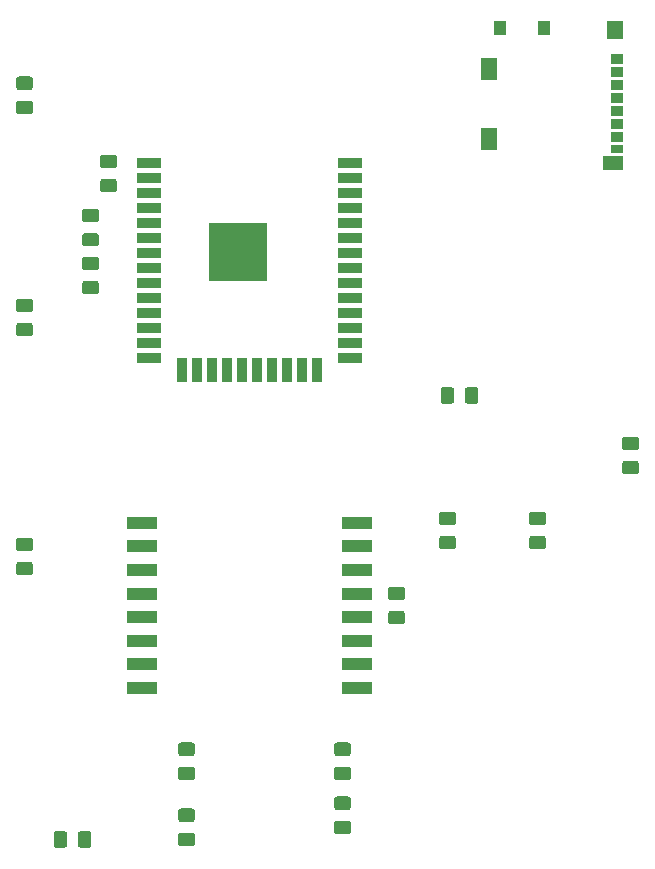
<source format=gbr>
G04 #@! TF.GenerationSoftware,KiCad,Pcbnew,(5.1.5)-3*
G04 #@! TF.CreationDate,2020-05-03T14:35:54+01:00*
G04 #@! TF.ProjectId,RocketTracker,526f636b-6574-4547-9261-636b65722e6b,rev?*
G04 #@! TF.SameCoordinates,Original*
G04 #@! TF.FileFunction,Paste,Top*
G04 #@! TF.FilePolarity,Positive*
%FSLAX46Y46*%
G04 Gerber Fmt 4.6, Leading zero omitted, Abs format (unit mm)*
G04 Created by KiCad (PCBNEW (5.1.5)-3) date 2020-05-03 14:35:54*
%MOMM*%
%LPD*%
G04 APERTURE LIST*
%ADD10R,5.000000X5.000000*%
%ADD11R,2.000000X0.900000*%
%ADD12R,0.900000X2.000000*%
%ADD13R,1.350000X1.900000*%
%ADD14R,1.000000X1.200000*%
%ADD15R,1.350000X1.550000*%
%ADD16R,1.800000X1.170000*%
%ADD17R,1.100000X0.850000*%
%ADD18R,1.100000X0.750000*%
%ADD19C,0.100000*%
%ADD20R,2.500000X1.000000*%
G04 APERTURE END LIST*
D10*
G04 #@! TO.C,U1*
X117110000Y-74175000D03*
D11*
X109610000Y-66675000D03*
X109610000Y-67945000D03*
X109610000Y-69215000D03*
X109610000Y-70485000D03*
X109610000Y-71755000D03*
X109610000Y-73025000D03*
X109610000Y-74295000D03*
X109610000Y-75565000D03*
X109610000Y-76835000D03*
X109610000Y-78105000D03*
X109610000Y-79375000D03*
X109610000Y-80645000D03*
X109610000Y-81915000D03*
X109610000Y-83185000D03*
D12*
X112395000Y-84185000D03*
X113665000Y-84185000D03*
X114935000Y-84185000D03*
X116205000Y-84185000D03*
X117475000Y-84185000D03*
X118745000Y-84185000D03*
X120015000Y-84185000D03*
X121285000Y-84185000D03*
X122555000Y-84185000D03*
X123825000Y-84185000D03*
D11*
X126610000Y-83185000D03*
X126610000Y-81915000D03*
X126610000Y-80645000D03*
X126610000Y-79375000D03*
X126610000Y-78105000D03*
X126610000Y-76835000D03*
X126610000Y-75565000D03*
X126610000Y-74295000D03*
X126610000Y-73025000D03*
X126610000Y-71755000D03*
X126610000Y-70485000D03*
X126610000Y-69215000D03*
X126610000Y-67945000D03*
X126610000Y-66675000D03*
G04 #@! TD*
D13*
G04 #@! TO.C,J6*
X138389000Y-64690000D03*
X138389000Y-58720000D03*
D14*
X143064000Y-55220000D03*
X139364000Y-55220000D03*
D15*
X149089000Y-55395000D03*
D16*
X148864000Y-66715000D03*
D17*
X149214000Y-64455000D03*
X149214000Y-63355000D03*
X149214000Y-62255000D03*
X149214000Y-61155000D03*
X149214000Y-60055000D03*
X149214000Y-58955000D03*
D18*
X149214000Y-65505000D03*
D17*
X149214000Y-57855000D03*
G04 #@! TD*
D19*
G04 #@! TO.C,C7*
G36*
X104498505Y-123253204D02*
G01*
X104522773Y-123256804D01*
X104546572Y-123262765D01*
X104569671Y-123271030D01*
X104591850Y-123281520D01*
X104612893Y-123294132D01*
X104632599Y-123308747D01*
X104650777Y-123325223D01*
X104667253Y-123343401D01*
X104681868Y-123363107D01*
X104694480Y-123384150D01*
X104704970Y-123406329D01*
X104713235Y-123429428D01*
X104719196Y-123453227D01*
X104722796Y-123477495D01*
X104724000Y-123501999D01*
X104724000Y-124402001D01*
X104722796Y-124426505D01*
X104719196Y-124450773D01*
X104713235Y-124474572D01*
X104704970Y-124497671D01*
X104694480Y-124519850D01*
X104681868Y-124540893D01*
X104667253Y-124560599D01*
X104650777Y-124578777D01*
X104632599Y-124595253D01*
X104612893Y-124609868D01*
X104591850Y-124622480D01*
X104569671Y-124632970D01*
X104546572Y-124641235D01*
X104522773Y-124647196D01*
X104498505Y-124650796D01*
X104474001Y-124652000D01*
X103823999Y-124652000D01*
X103799495Y-124650796D01*
X103775227Y-124647196D01*
X103751428Y-124641235D01*
X103728329Y-124632970D01*
X103706150Y-124622480D01*
X103685107Y-124609868D01*
X103665401Y-124595253D01*
X103647223Y-124578777D01*
X103630747Y-124560599D01*
X103616132Y-124540893D01*
X103603520Y-124519850D01*
X103593030Y-124497671D01*
X103584765Y-124474572D01*
X103578804Y-124450773D01*
X103575204Y-124426505D01*
X103574000Y-124402001D01*
X103574000Y-123501999D01*
X103575204Y-123477495D01*
X103578804Y-123453227D01*
X103584765Y-123429428D01*
X103593030Y-123406329D01*
X103603520Y-123384150D01*
X103616132Y-123363107D01*
X103630747Y-123343401D01*
X103647223Y-123325223D01*
X103665401Y-123308747D01*
X103685107Y-123294132D01*
X103706150Y-123281520D01*
X103728329Y-123271030D01*
X103751428Y-123262765D01*
X103775227Y-123256804D01*
X103799495Y-123253204D01*
X103823999Y-123252000D01*
X104474001Y-123252000D01*
X104498505Y-123253204D01*
G37*
G36*
X102448505Y-123253204D02*
G01*
X102472773Y-123256804D01*
X102496572Y-123262765D01*
X102519671Y-123271030D01*
X102541850Y-123281520D01*
X102562893Y-123294132D01*
X102582599Y-123308747D01*
X102600777Y-123325223D01*
X102617253Y-123343401D01*
X102631868Y-123363107D01*
X102644480Y-123384150D01*
X102654970Y-123406329D01*
X102663235Y-123429428D01*
X102669196Y-123453227D01*
X102672796Y-123477495D01*
X102674000Y-123501999D01*
X102674000Y-124402001D01*
X102672796Y-124426505D01*
X102669196Y-124450773D01*
X102663235Y-124474572D01*
X102654970Y-124497671D01*
X102644480Y-124519850D01*
X102631868Y-124540893D01*
X102617253Y-124560599D01*
X102600777Y-124578777D01*
X102582599Y-124595253D01*
X102562893Y-124609868D01*
X102541850Y-124622480D01*
X102519671Y-124632970D01*
X102496572Y-124641235D01*
X102472773Y-124647196D01*
X102448505Y-124650796D01*
X102424001Y-124652000D01*
X101773999Y-124652000D01*
X101749495Y-124650796D01*
X101725227Y-124647196D01*
X101701428Y-124641235D01*
X101678329Y-124632970D01*
X101656150Y-124622480D01*
X101635107Y-124609868D01*
X101615401Y-124595253D01*
X101597223Y-124578777D01*
X101580747Y-124560599D01*
X101566132Y-124540893D01*
X101553520Y-124519850D01*
X101543030Y-124497671D01*
X101534765Y-124474572D01*
X101528804Y-124450773D01*
X101525204Y-124426505D01*
X101524000Y-124402001D01*
X101524000Y-123501999D01*
X101525204Y-123477495D01*
X101528804Y-123453227D01*
X101534765Y-123429428D01*
X101543030Y-123406329D01*
X101553520Y-123384150D01*
X101566132Y-123363107D01*
X101580747Y-123343401D01*
X101597223Y-123325223D01*
X101615401Y-123308747D01*
X101635107Y-123294132D01*
X101656150Y-123281520D01*
X101678329Y-123271030D01*
X101701428Y-123262765D01*
X101725227Y-123256804D01*
X101749495Y-123253204D01*
X101773999Y-123252000D01*
X102424001Y-123252000D01*
X102448505Y-123253204D01*
G37*
G04 #@! TD*
G04 #@! TO.C,R9*
G36*
X105122505Y-72596204D02*
G01*
X105146773Y-72599804D01*
X105170572Y-72605765D01*
X105193671Y-72614030D01*
X105215850Y-72624520D01*
X105236893Y-72637132D01*
X105256599Y-72651747D01*
X105274777Y-72668223D01*
X105291253Y-72686401D01*
X105305868Y-72706107D01*
X105318480Y-72727150D01*
X105328970Y-72749329D01*
X105337235Y-72772428D01*
X105343196Y-72796227D01*
X105346796Y-72820495D01*
X105348000Y-72844999D01*
X105348000Y-73495001D01*
X105346796Y-73519505D01*
X105343196Y-73543773D01*
X105337235Y-73567572D01*
X105328970Y-73590671D01*
X105318480Y-73612850D01*
X105305868Y-73633893D01*
X105291253Y-73653599D01*
X105274777Y-73671777D01*
X105256599Y-73688253D01*
X105236893Y-73702868D01*
X105215850Y-73715480D01*
X105193671Y-73725970D01*
X105170572Y-73734235D01*
X105146773Y-73740196D01*
X105122505Y-73743796D01*
X105098001Y-73745000D01*
X104197999Y-73745000D01*
X104173495Y-73743796D01*
X104149227Y-73740196D01*
X104125428Y-73734235D01*
X104102329Y-73725970D01*
X104080150Y-73715480D01*
X104059107Y-73702868D01*
X104039401Y-73688253D01*
X104021223Y-73671777D01*
X104004747Y-73653599D01*
X103990132Y-73633893D01*
X103977520Y-73612850D01*
X103967030Y-73590671D01*
X103958765Y-73567572D01*
X103952804Y-73543773D01*
X103949204Y-73519505D01*
X103948000Y-73495001D01*
X103948000Y-72844999D01*
X103949204Y-72820495D01*
X103952804Y-72796227D01*
X103958765Y-72772428D01*
X103967030Y-72749329D01*
X103977520Y-72727150D01*
X103990132Y-72706107D01*
X104004747Y-72686401D01*
X104021223Y-72668223D01*
X104039401Y-72651747D01*
X104059107Y-72637132D01*
X104080150Y-72624520D01*
X104102329Y-72614030D01*
X104125428Y-72605765D01*
X104149227Y-72599804D01*
X104173495Y-72596204D01*
X104197999Y-72595000D01*
X105098001Y-72595000D01*
X105122505Y-72596204D01*
G37*
G36*
X105122505Y-70546204D02*
G01*
X105146773Y-70549804D01*
X105170572Y-70555765D01*
X105193671Y-70564030D01*
X105215850Y-70574520D01*
X105236893Y-70587132D01*
X105256599Y-70601747D01*
X105274777Y-70618223D01*
X105291253Y-70636401D01*
X105305868Y-70656107D01*
X105318480Y-70677150D01*
X105328970Y-70699329D01*
X105337235Y-70722428D01*
X105343196Y-70746227D01*
X105346796Y-70770495D01*
X105348000Y-70794999D01*
X105348000Y-71445001D01*
X105346796Y-71469505D01*
X105343196Y-71493773D01*
X105337235Y-71517572D01*
X105328970Y-71540671D01*
X105318480Y-71562850D01*
X105305868Y-71583893D01*
X105291253Y-71603599D01*
X105274777Y-71621777D01*
X105256599Y-71638253D01*
X105236893Y-71652868D01*
X105215850Y-71665480D01*
X105193671Y-71675970D01*
X105170572Y-71684235D01*
X105146773Y-71690196D01*
X105122505Y-71693796D01*
X105098001Y-71695000D01*
X104197999Y-71695000D01*
X104173495Y-71693796D01*
X104149227Y-71690196D01*
X104125428Y-71684235D01*
X104102329Y-71675970D01*
X104080150Y-71665480D01*
X104059107Y-71652868D01*
X104039401Y-71638253D01*
X104021223Y-71621777D01*
X104004747Y-71603599D01*
X103990132Y-71583893D01*
X103977520Y-71562850D01*
X103967030Y-71540671D01*
X103958765Y-71517572D01*
X103952804Y-71493773D01*
X103949204Y-71469505D01*
X103948000Y-71445001D01*
X103948000Y-70794999D01*
X103949204Y-70770495D01*
X103952804Y-70746227D01*
X103958765Y-70722428D01*
X103967030Y-70699329D01*
X103977520Y-70677150D01*
X103990132Y-70656107D01*
X104004747Y-70636401D01*
X104021223Y-70618223D01*
X104039401Y-70601747D01*
X104059107Y-70587132D01*
X104080150Y-70574520D01*
X104102329Y-70564030D01*
X104125428Y-70555765D01*
X104149227Y-70549804D01*
X104173495Y-70546204D01*
X104197999Y-70545000D01*
X105098001Y-70545000D01*
X105122505Y-70546204D01*
G37*
G04 #@! TD*
G04 #@! TO.C,R8*
G36*
X105122505Y-76651204D02*
G01*
X105146773Y-76654804D01*
X105170572Y-76660765D01*
X105193671Y-76669030D01*
X105215850Y-76679520D01*
X105236893Y-76692132D01*
X105256599Y-76706747D01*
X105274777Y-76723223D01*
X105291253Y-76741401D01*
X105305868Y-76761107D01*
X105318480Y-76782150D01*
X105328970Y-76804329D01*
X105337235Y-76827428D01*
X105343196Y-76851227D01*
X105346796Y-76875495D01*
X105348000Y-76899999D01*
X105348000Y-77550001D01*
X105346796Y-77574505D01*
X105343196Y-77598773D01*
X105337235Y-77622572D01*
X105328970Y-77645671D01*
X105318480Y-77667850D01*
X105305868Y-77688893D01*
X105291253Y-77708599D01*
X105274777Y-77726777D01*
X105256599Y-77743253D01*
X105236893Y-77757868D01*
X105215850Y-77770480D01*
X105193671Y-77780970D01*
X105170572Y-77789235D01*
X105146773Y-77795196D01*
X105122505Y-77798796D01*
X105098001Y-77800000D01*
X104197999Y-77800000D01*
X104173495Y-77798796D01*
X104149227Y-77795196D01*
X104125428Y-77789235D01*
X104102329Y-77780970D01*
X104080150Y-77770480D01*
X104059107Y-77757868D01*
X104039401Y-77743253D01*
X104021223Y-77726777D01*
X104004747Y-77708599D01*
X103990132Y-77688893D01*
X103977520Y-77667850D01*
X103967030Y-77645671D01*
X103958765Y-77622572D01*
X103952804Y-77598773D01*
X103949204Y-77574505D01*
X103948000Y-77550001D01*
X103948000Y-76899999D01*
X103949204Y-76875495D01*
X103952804Y-76851227D01*
X103958765Y-76827428D01*
X103967030Y-76804329D01*
X103977520Y-76782150D01*
X103990132Y-76761107D01*
X104004747Y-76741401D01*
X104021223Y-76723223D01*
X104039401Y-76706747D01*
X104059107Y-76692132D01*
X104080150Y-76679520D01*
X104102329Y-76669030D01*
X104125428Y-76660765D01*
X104149227Y-76654804D01*
X104173495Y-76651204D01*
X104197999Y-76650000D01*
X105098001Y-76650000D01*
X105122505Y-76651204D01*
G37*
G36*
X105122505Y-74601204D02*
G01*
X105146773Y-74604804D01*
X105170572Y-74610765D01*
X105193671Y-74619030D01*
X105215850Y-74629520D01*
X105236893Y-74642132D01*
X105256599Y-74656747D01*
X105274777Y-74673223D01*
X105291253Y-74691401D01*
X105305868Y-74711107D01*
X105318480Y-74732150D01*
X105328970Y-74754329D01*
X105337235Y-74777428D01*
X105343196Y-74801227D01*
X105346796Y-74825495D01*
X105348000Y-74849999D01*
X105348000Y-75500001D01*
X105346796Y-75524505D01*
X105343196Y-75548773D01*
X105337235Y-75572572D01*
X105328970Y-75595671D01*
X105318480Y-75617850D01*
X105305868Y-75638893D01*
X105291253Y-75658599D01*
X105274777Y-75676777D01*
X105256599Y-75693253D01*
X105236893Y-75707868D01*
X105215850Y-75720480D01*
X105193671Y-75730970D01*
X105170572Y-75739235D01*
X105146773Y-75745196D01*
X105122505Y-75748796D01*
X105098001Y-75750000D01*
X104197999Y-75750000D01*
X104173495Y-75748796D01*
X104149227Y-75745196D01*
X104125428Y-75739235D01*
X104102329Y-75730970D01*
X104080150Y-75720480D01*
X104059107Y-75707868D01*
X104039401Y-75693253D01*
X104021223Y-75676777D01*
X104004747Y-75658599D01*
X103990132Y-75638893D01*
X103977520Y-75617850D01*
X103967030Y-75595671D01*
X103958765Y-75572572D01*
X103952804Y-75548773D01*
X103949204Y-75524505D01*
X103948000Y-75500001D01*
X103948000Y-74849999D01*
X103949204Y-74825495D01*
X103952804Y-74801227D01*
X103958765Y-74777428D01*
X103967030Y-74754329D01*
X103977520Y-74732150D01*
X103990132Y-74711107D01*
X104004747Y-74691401D01*
X104021223Y-74673223D01*
X104039401Y-74656747D01*
X104059107Y-74642132D01*
X104080150Y-74629520D01*
X104102329Y-74619030D01*
X104125428Y-74610765D01*
X104149227Y-74604804D01*
X104173495Y-74601204D01*
X104197999Y-74600000D01*
X105098001Y-74600000D01*
X105122505Y-74601204D01*
G37*
G04 #@! TD*
G04 #@! TO.C,R7*
G36*
X113250505Y-117790204D02*
G01*
X113274773Y-117793804D01*
X113298572Y-117799765D01*
X113321671Y-117808030D01*
X113343850Y-117818520D01*
X113364893Y-117831132D01*
X113384599Y-117845747D01*
X113402777Y-117862223D01*
X113419253Y-117880401D01*
X113433868Y-117900107D01*
X113446480Y-117921150D01*
X113456970Y-117943329D01*
X113465235Y-117966428D01*
X113471196Y-117990227D01*
X113474796Y-118014495D01*
X113476000Y-118038999D01*
X113476000Y-118689001D01*
X113474796Y-118713505D01*
X113471196Y-118737773D01*
X113465235Y-118761572D01*
X113456970Y-118784671D01*
X113446480Y-118806850D01*
X113433868Y-118827893D01*
X113419253Y-118847599D01*
X113402777Y-118865777D01*
X113384599Y-118882253D01*
X113364893Y-118896868D01*
X113343850Y-118909480D01*
X113321671Y-118919970D01*
X113298572Y-118928235D01*
X113274773Y-118934196D01*
X113250505Y-118937796D01*
X113226001Y-118939000D01*
X112325999Y-118939000D01*
X112301495Y-118937796D01*
X112277227Y-118934196D01*
X112253428Y-118928235D01*
X112230329Y-118919970D01*
X112208150Y-118909480D01*
X112187107Y-118896868D01*
X112167401Y-118882253D01*
X112149223Y-118865777D01*
X112132747Y-118847599D01*
X112118132Y-118827893D01*
X112105520Y-118806850D01*
X112095030Y-118784671D01*
X112086765Y-118761572D01*
X112080804Y-118737773D01*
X112077204Y-118713505D01*
X112076000Y-118689001D01*
X112076000Y-118038999D01*
X112077204Y-118014495D01*
X112080804Y-117990227D01*
X112086765Y-117966428D01*
X112095030Y-117943329D01*
X112105520Y-117921150D01*
X112118132Y-117900107D01*
X112132747Y-117880401D01*
X112149223Y-117862223D01*
X112167401Y-117845747D01*
X112187107Y-117831132D01*
X112208150Y-117818520D01*
X112230329Y-117808030D01*
X112253428Y-117799765D01*
X112277227Y-117793804D01*
X112301495Y-117790204D01*
X112325999Y-117789000D01*
X113226001Y-117789000D01*
X113250505Y-117790204D01*
G37*
G36*
X113250505Y-115740204D02*
G01*
X113274773Y-115743804D01*
X113298572Y-115749765D01*
X113321671Y-115758030D01*
X113343850Y-115768520D01*
X113364893Y-115781132D01*
X113384599Y-115795747D01*
X113402777Y-115812223D01*
X113419253Y-115830401D01*
X113433868Y-115850107D01*
X113446480Y-115871150D01*
X113456970Y-115893329D01*
X113465235Y-115916428D01*
X113471196Y-115940227D01*
X113474796Y-115964495D01*
X113476000Y-115988999D01*
X113476000Y-116639001D01*
X113474796Y-116663505D01*
X113471196Y-116687773D01*
X113465235Y-116711572D01*
X113456970Y-116734671D01*
X113446480Y-116756850D01*
X113433868Y-116777893D01*
X113419253Y-116797599D01*
X113402777Y-116815777D01*
X113384599Y-116832253D01*
X113364893Y-116846868D01*
X113343850Y-116859480D01*
X113321671Y-116869970D01*
X113298572Y-116878235D01*
X113274773Y-116884196D01*
X113250505Y-116887796D01*
X113226001Y-116889000D01*
X112325999Y-116889000D01*
X112301495Y-116887796D01*
X112277227Y-116884196D01*
X112253428Y-116878235D01*
X112230329Y-116869970D01*
X112208150Y-116859480D01*
X112187107Y-116846868D01*
X112167401Y-116832253D01*
X112149223Y-116815777D01*
X112132747Y-116797599D01*
X112118132Y-116777893D01*
X112105520Y-116756850D01*
X112095030Y-116734671D01*
X112086765Y-116711572D01*
X112080804Y-116687773D01*
X112077204Y-116663505D01*
X112076000Y-116639001D01*
X112076000Y-115988999D01*
X112077204Y-115964495D01*
X112080804Y-115940227D01*
X112086765Y-115916428D01*
X112095030Y-115893329D01*
X112105520Y-115871150D01*
X112118132Y-115850107D01*
X112132747Y-115830401D01*
X112149223Y-115812223D01*
X112167401Y-115795747D01*
X112187107Y-115781132D01*
X112208150Y-115768520D01*
X112230329Y-115758030D01*
X112253428Y-115749765D01*
X112277227Y-115743804D01*
X112301495Y-115740204D01*
X112325999Y-115739000D01*
X113226001Y-115739000D01*
X113250505Y-115740204D01*
G37*
G04 #@! TD*
G04 #@! TO.C,R6*
G36*
X135348505Y-96191204D02*
G01*
X135372773Y-96194804D01*
X135396572Y-96200765D01*
X135419671Y-96209030D01*
X135441850Y-96219520D01*
X135462893Y-96232132D01*
X135482599Y-96246747D01*
X135500777Y-96263223D01*
X135517253Y-96281401D01*
X135531868Y-96301107D01*
X135544480Y-96322150D01*
X135554970Y-96344329D01*
X135563235Y-96367428D01*
X135569196Y-96391227D01*
X135572796Y-96415495D01*
X135574000Y-96439999D01*
X135574000Y-97090001D01*
X135572796Y-97114505D01*
X135569196Y-97138773D01*
X135563235Y-97162572D01*
X135554970Y-97185671D01*
X135544480Y-97207850D01*
X135531868Y-97228893D01*
X135517253Y-97248599D01*
X135500777Y-97266777D01*
X135482599Y-97283253D01*
X135462893Y-97297868D01*
X135441850Y-97310480D01*
X135419671Y-97320970D01*
X135396572Y-97329235D01*
X135372773Y-97335196D01*
X135348505Y-97338796D01*
X135324001Y-97340000D01*
X134423999Y-97340000D01*
X134399495Y-97338796D01*
X134375227Y-97335196D01*
X134351428Y-97329235D01*
X134328329Y-97320970D01*
X134306150Y-97310480D01*
X134285107Y-97297868D01*
X134265401Y-97283253D01*
X134247223Y-97266777D01*
X134230747Y-97248599D01*
X134216132Y-97228893D01*
X134203520Y-97207850D01*
X134193030Y-97185671D01*
X134184765Y-97162572D01*
X134178804Y-97138773D01*
X134175204Y-97114505D01*
X134174000Y-97090001D01*
X134174000Y-96439999D01*
X134175204Y-96415495D01*
X134178804Y-96391227D01*
X134184765Y-96367428D01*
X134193030Y-96344329D01*
X134203520Y-96322150D01*
X134216132Y-96301107D01*
X134230747Y-96281401D01*
X134247223Y-96263223D01*
X134265401Y-96246747D01*
X134285107Y-96232132D01*
X134306150Y-96219520D01*
X134328329Y-96209030D01*
X134351428Y-96200765D01*
X134375227Y-96194804D01*
X134399495Y-96191204D01*
X134423999Y-96190000D01*
X135324001Y-96190000D01*
X135348505Y-96191204D01*
G37*
G36*
X135348505Y-98241204D02*
G01*
X135372773Y-98244804D01*
X135396572Y-98250765D01*
X135419671Y-98259030D01*
X135441850Y-98269520D01*
X135462893Y-98282132D01*
X135482599Y-98296747D01*
X135500777Y-98313223D01*
X135517253Y-98331401D01*
X135531868Y-98351107D01*
X135544480Y-98372150D01*
X135554970Y-98394329D01*
X135563235Y-98417428D01*
X135569196Y-98441227D01*
X135572796Y-98465495D01*
X135574000Y-98489999D01*
X135574000Y-99140001D01*
X135572796Y-99164505D01*
X135569196Y-99188773D01*
X135563235Y-99212572D01*
X135554970Y-99235671D01*
X135544480Y-99257850D01*
X135531868Y-99278893D01*
X135517253Y-99298599D01*
X135500777Y-99316777D01*
X135482599Y-99333253D01*
X135462893Y-99347868D01*
X135441850Y-99360480D01*
X135419671Y-99370970D01*
X135396572Y-99379235D01*
X135372773Y-99385196D01*
X135348505Y-99388796D01*
X135324001Y-99390000D01*
X134423999Y-99390000D01*
X134399495Y-99388796D01*
X134375227Y-99385196D01*
X134351428Y-99379235D01*
X134328329Y-99370970D01*
X134306150Y-99360480D01*
X134285107Y-99347868D01*
X134265401Y-99333253D01*
X134247223Y-99316777D01*
X134230747Y-99298599D01*
X134216132Y-99278893D01*
X134203520Y-99257850D01*
X134193030Y-99235671D01*
X134184765Y-99212572D01*
X134178804Y-99188773D01*
X134175204Y-99164505D01*
X134174000Y-99140001D01*
X134174000Y-98489999D01*
X134175204Y-98465495D01*
X134178804Y-98441227D01*
X134184765Y-98417428D01*
X134193030Y-98394329D01*
X134203520Y-98372150D01*
X134216132Y-98351107D01*
X134230747Y-98331401D01*
X134247223Y-98313223D01*
X134265401Y-98296747D01*
X134285107Y-98282132D01*
X134306150Y-98269520D01*
X134328329Y-98259030D01*
X134351428Y-98250765D01*
X134375227Y-98244804D01*
X134399495Y-98241204D01*
X134423999Y-98240000D01*
X135324001Y-98240000D01*
X135348505Y-98241204D01*
G37*
G04 #@! TD*
G04 #@! TO.C,R5*
G36*
X113250505Y-123378204D02*
G01*
X113274773Y-123381804D01*
X113298572Y-123387765D01*
X113321671Y-123396030D01*
X113343850Y-123406520D01*
X113364893Y-123419132D01*
X113384599Y-123433747D01*
X113402777Y-123450223D01*
X113419253Y-123468401D01*
X113433868Y-123488107D01*
X113446480Y-123509150D01*
X113456970Y-123531329D01*
X113465235Y-123554428D01*
X113471196Y-123578227D01*
X113474796Y-123602495D01*
X113476000Y-123626999D01*
X113476000Y-124277001D01*
X113474796Y-124301505D01*
X113471196Y-124325773D01*
X113465235Y-124349572D01*
X113456970Y-124372671D01*
X113446480Y-124394850D01*
X113433868Y-124415893D01*
X113419253Y-124435599D01*
X113402777Y-124453777D01*
X113384599Y-124470253D01*
X113364893Y-124484868D01*
X113343850Y-124497480D01*
X113321671Y-124507970D01*
X113298572Y-124516235D01*
X113274773Y-124522196D01*
X113250505Y-124525796D01*
X113226001Y-124527000D01*
X112325999Y-124527000D01*
X112301495Y-124525796D01*
X112277227Y-124522196D01*
X112253428Y-124516235D01*
X112230329Y-124507970D01*
X112208150Y-124497480D01*
X112187107Y-124484868D01*
X112167401Y-124470253D01*
X112149223Y-124453777D01*
X112132747Y-124435599D01*
X112118132Y-124415893D01*
X112105520Y-124394850D01*
X112095030Y-124372671D01*
X112086765Y-124349572D01*
X112080804Y-124325773D01*
X112077204Y-124301505D01*
X112076000Y-124277001D01*
X112076000Y-123626999D01*
X112077204Y-123602495D01*
X112080804Y-123578227D01*
X112086765Y-123554428D01*
X112095030Y-123531329D01*
X112105520Y-123509150D01*
X112118132Y-123488107D01*
X112132747Y-123468401D01*
X112149223Y-123450223D01*
X112167401Y-123433747D01*
X112187107Y-123419132D01*
X112208150Y-123406520D01*
X112230329Y-123396030D01*
X112253428Y-123387765D01*
X112277227Y-123381804D01*
X112301495Y-123378204D01*
X112325999Y-123377000D01*
X113226001Y-123377000D01*
X113250505Y-123378204D01*
G37*
G36*
X113250505Y-121328204D02*
G01*
X113274773Y-121331804D01*
X113298572Y-121337765D01*
X113321671Y-121346030D01*
X113343850Y-121356520D01*
X113364893Y-121369132D01*
X113384599Y-121383747D01*
X113402777Y-121400223D01*
X113419253Y-121418401D01*
X113433868Y-121438107D01*
X113446480Y-121459150D01*
X113456970Y-121481329D01*
X113465235Y-121504428D01*
X113471196Y-121528227D01*
X113474796Y-121552495D01*
X113476000Y-121576999D01*
X113476000Y-122227001D01*
X113474796Y-122251505D01*
X113471196Y-122275773D01*
X113465235Y-122299572D01*
X113456970Y-122322671D01*
X113446480Y-122344850D01*
X113433868Y-122365893D01*
X113419253Y-122385599D01*
X113402777Y-122403777D01*
X113384599Y-122420253D01*
X113364893Y-122434868D01*
X113343850Y-122447480D01*
X113321671Y-122457970D01*
X113298572Y-122466235D01*
X113274773Y-122472196D01*
X113250505Y-122475796D01*
X113226001Y-122477000D01*
X112325999Y-122477000D01*
X112301495Y-122475796D01*
X112277227Y-122472196D01*
X112253428Y-122466235D01*
X112230329Y-122457970D01*
X112208150Y-122447480D01*
X112187107Y-122434868D01*
X112167401Y-122420253D01*
X112149223Y-122403777D01*
X112132747Y-122385599D01*
X112118132Y-122365893D01*
X112105520Y-122344850D01*
X112095030Y-122322671D01*
X112086765Y-122299572D01*
X112080804Y-122275773D01*
X112077204Y-122251505D01*
X112076000Y-122227001D01*
X112076000Y-121576999D01*
X112077204Y-121552495D01*
X112080804Y-121528227D01*
X112086765Y-121504428D01*
X112095030Y-121481329D01*
X112105520Y-121459150D01*
X112118132Y-121438107D01*
X112132747Y-121418401D01*
X112149223Y-121400223D01*
X112167401Y-121383747D01*
X112187107Y-121369132D01*
X112208150Y-121356520D01*
X112230329Y-121346030D01*
X112253428Y-121337765D01*
X112277227Y-121331804D01*
X112301495Y-121328204D01*
X112325999Y-121327000D01*
X113226001Y-121327000D01*
X113250505Y-121328204D01*
G37*
G04 #@! TD*
G04 #@! TO.C,R4*
G36*
X126458505Y-117790204D02*
G01*
X126482773Y-117793804D01*
X126506572Y-117799765D01*
X126529671Y-117808030D01*
X126551850Y-117818520D01*
X126572893Y-117831132D01*
X126592599Y-117845747D01*
X126610777Y-117862223D01*
X126627253Y-117880401D01*
X126641868Y-117900107D01*
X126654480Y-117921150D01*
X126664970Y-117943329D01*
X126673235Y-117966428D01*
X126679196Y-117990227D01*
X126682796Y-118014495D01*
X126684000Y-118038999D01*
X126684000Y-118689001D01*
X126682796Y-118713505D01*
X126679196Y-118737773D01*
X126673235Y-118761572D01*
X126664970Y-118784671D01*
X126654480Y-118806850D01*
X126641868Y-118827893D01*
X126627253Y-118847599D01*
X126610777Y-118865777D01*
X126592599Y-118882253D01*
X126572893Y-118896868D01*
X126551850Y-118909480D01*
X126529671Y-118919970D01*
X126506572Y-118928235D01*
X126482773Y-118934196D01*
X126458505Y-118937796D01*
X126434001Y-118939000D01*
X125533999Y-118939000D01*
X125509495Y-118937796D01*
X125485227Y-118934196D01*
X125461428Y-118928235D01*
X125438329Y-118919970D01*
X125416150Y-118909480D01*
X125395107Y-118896868D01*
X125375401Y-118882253D01*
X125357223Y-118865777D01*
X125340747Y-118847599D01*
X125326132Y-118827893D01*
X125313520Y-118806850D01*
X125303030Y-118784671D01*
X125294765Y-118761572D01*
X125288804Y-118737773D01*
X125285204Y-118713505D01*
X125284000Y-118689001D01*
X125284000Y-118038999D01*
X125285204Y-118014495D01*
X125288804Y-117990227D01*
X125294765Y-117966428D01*
X125303030Y-117943329D01*
X125313520Y-117921150D01*
X125326132Y-117900107D01*
X125340747Y-117880401D01*
X125357223Y-117862223D01*
X125375401Y-117845747D01*
X125395107Y-117831132D01*
X125416150Y-117818520D01*
X125438329Y-117808030D01*
X125461428Y-117799765D01*
X125485227Y-117793804D01*
X125509495Y-117790204D01*
X125533999Y-117789000D01*
X126434001Y-117789000D01*
X126458505Y-117790204D01*
G37*
G36*
X126458505Y-115740204D02*
G01*
X126482773Y-115743804D01*
X126506572Y-115749765D01*
X126529671Y-115758030D01*
X126551850Y-115768520D01*
X126572893Y-115781132D01*
X126592599Y-115795747D01*
X126610777Y-115812223D01*
X126627253Y-115830401D01*
X126641868Y-115850107D01*
X126654480Y-115871150D01*
X126664970Y-115893329D01*
X126673235Y-115916428D01*
X126679196Y-115940227D01*
X126682796Y-115964495D01*
X126684000Y-115988999D01*
X126684000Y-116639001D01*
X126682796Y-116663505D01*
X126679196Y-116687773D01*
X126673235Y-116711572D01*
X126664970Y-116734671D01*
X126654480Y-116756850D01*
X126641868Y-116777893D01*
X126627253Y-116797599D01*
X126610777Y-116815777D01*
X126592599Y-116832253D01*
X126572893Y-116846868D01*
X126551850Y-116859480D01*
X126529671Y-116869970D01*
X126506572Y-116878235D01*
X126482773Y-116884196D01*
X126458505Y-116887796D01*
X126434001Y-116889000D01*
X125533999Y-116889000D01*
X125509495Y-116887796D01*
X125485227Y-116884196D01*
X125461428Y-116878235D01*
X125438329Y-116869970D01*
X125416150Y-116859480D01*
X125395107Y-116846868D01*
X125375401Y-116832253D01*
X125357223Y-116815777D01*
X125340747Y-116797599D01*
X125326132Y-116777893D01*
X125313520Y-116756850D01*
X125303030Y-116734671D01*
X125294765Y-116711572D01*
X125288804Y-116687773D01*
X125285204Y-116663505D01*
X125284000Y-116639001D01*
X125284000Y-115988999D01*
X125285204Y-115964495D01*
X125288804Y-115940227D01*
X125294765Y-115916428D01*
X125303030Y-115893329D01*
X125313520Y-115871150D01*
X125326132Y-115850107D01*
X125340747Y-115830401D01*
X125357223Y-115812223D01*
X125375401Y-115795747D01*
X125395107Y-115781132D01*
X125416150Y-115768520D01*
X125438329Y-115758030D01*
X125461428Y-115749765D01*
X125485227Y-115743804D01*
X125509495Y-115740204D01*
X125533999Y-115739000D01*
X126434001Y-115739000D01*
X126458505Y-115740204D01*
G37*
G04 #@! TD*
G04 #@! TO.C,R3*
G36*
X142968505Y-96191204D02*
G01*
X142992773Y-96194804D01*
X143016572Y-96200765D01*
X143039671Y-96209030D01*
X143061850Y-96219520D01*
X143082893Y-96232132D01*
X143102599Y-96246747D01*
X143120777Y-96263223D01*
X143137253Y-96281401D01*
X143151868Y-96301107D01*
X143164480Y-96322150D01*
X143174970Y-96344329D01*
X143183235Y-96367428D01*
X143189196Y-96391227D01*
X143192796Y-96415495D01*
X143194000Y-96439999D01*
X143194000Y-97090001D01*
X143192796Y-97114505D01*
X143189196Y-97138773D01*
X143183235Y-97162572D01*
X143174970Y-97185671D01*
X143164480Y-97207850D01*
X143151868Y-97228893D01*
X143137253Y-97248599D01*
X143120777Y-97266777D01*
X143102599Y-97283253D01*
X143082893Y-97297868D01*
X143061850Y-97310480D01*
X143039671Y-97320970D01*
X143016572Y-97329235D01*
X142992773Y-97335196D01*
X142968505Y-97338796D01*
X142944001Y-97340000D01*
X142043999Y-97340000D01*
X142019495Y-97338796D01*
X141995227Y-97335196D01*
X141971428Y-97329235D01*
X141948329Y-97320970D01*
X141926150Y-97310480D01*
X141905107Y-97297868D01*
X141885401Y-97283253D01*
X141867223Y-97266777D01*
X141850747Y-97248599D01*
X141836132Y-97228893D01*
X141823520Y-97207850D01*
X141813030Y-97185671D01*
X141804765Y-97162572D01*
X141798804Y-97138773D01*
X141795204Y-97114505D01*
X141794000Y-97090001D01*
X141794000Y-96439999D01*
X141795204Y-96415495D01*
X141798804Y-96391227D01*
X141804765Y-96367428D01*
X141813030Y-96344329D01*
X141823520Y-96322150D01*
X141836132Y-96301107D01*
X141850747Y-96281401D01*
X141867223Y-96263223D01*
X141885401Y-96246747D01*
X141905107Y-96232132D01*
X141926150Y-96219520D01*
X141948329Y-96209030D01*
X141971428Y-96200765D01*
X141995227Y-96194804D01*
X142019495Y-96191204D01*
X142043999Y-96190000D01*
X142944001Y-96190000D01*
X142968505Y-96191204D01*
G37*
G36*
X142968505Y-98241204D02*
G01*
X142992773Y-98244804D01*
X143016572Y-98250765D01*
X143039671Y-98259030D01*
X143061850Y-98269520D01*
X143082893Y-98282132D01*
X143102599Y-98296747D01*
X143120777Y-98313223D01*
X143137253Y-98331401D01*
X143151868Y-98351107D01*
X143164480Y-98372150D01*
X143174970Y-98394329D01*
X143183235Y-98417428D01*
X143189196Y-98441227D01*
X143192796Y-98465495D01*
X143194000Y-98489999D01*
X143194000Y-99140001D01*
X143192796Y-99164505D01*
X143189196Y-99188773D01*
X143183235Y-99212572D01*
X143174970Y-99235671D01*
X143164480Y-99257850D01*
X143151868Y-99278893D01*
X143137253Y-99298599D01*
X143120777Y-99316777D01*
X143102599Y-99333253D01*
X143082893Y-99347868D01*
X143061850Y-99360480D01*
X143039671Y-99370970D01*
X143016572Y-99379235D01*
X142992773Y-99385196D01*
X142968505Y-99388796D01*
X142944001Y-99390000D01*
X142043999Y-99390000D01*
X142019495Y-99388796D01*
X141995227Y-99385196D01*
X141971428Y-99379235D01*
X141948329Y-99370970D01*
X141926150Y-99360480D01*
X141905107Y-99347868D01*
X141885401Y-99333253D01*
X141867223Y-99316777D01*
X141850747Y-99298599D01*
X141836132Y-99278893D01*
X141823520Y-99257850D01*
X141813030Y-99235671D01*
X141804765Y-99212572D01*
X141798804Y-99188773D01*
X141795204Y-99164505D01*
X141794000Y-99140001D01*
X141794000Y-98489999D01*
X141795204Y-98465495D01*
X141798804Y-98441227D01*
X141804765Y-98417428D01*
X141813030Y-98394329D01*
X141823520Y-98372150D01*
X141836132Y-98351107D01*
X141850747Y-98331401D01*
X141867223Y-98313223D01*
X141885401Y-98296747D01*
X141905107Y-98282132D01*
X141926150Y-98269520D01*
X141948329Y-98259030D01*
X141971428Y-98250765D01*
X141995227Y-98244804D01*
X142019495Y-98241204D01*
X142043999Y-98240000D01*
X142944001Y-98240000D01*
X142968505Y-98241204D01*
G37*
G04 #@! TD*
G04 #@! TO.C,R2*
G36*
X126458505Y-122362204D02*
G01*
X126482773Y-122365804D01*
X126506572Y-122371765D01*
X126529671Y-122380030D01*
X126551850Y-122390520D01*
X126572893Y-122403132D01*
X126592599Y-122417747D01*
X126610777Y-122434223D01*
X126627253Y-122452401D01*
X126641868Y-122472107D01*
X126654480Y-122493150D01*
X126664970Y-122515329D01*
X126673235Y-122538428D01*
X126679196Y-122562227D01*
X126682796Y-122586495D01*
X126684000Y-122610999D01*
X126684000Y-123261001D01*
X126682796Y-123285505D01*
X126679196Y-123309773D01*
X126673235Y-123333572D01*
X126664970Y-123356671D01*
X126654480Y-123378850D01*
X126641868Y-123399893D01*
X126627253Y-123419599D01*
X126610777Y-123437777D01*
X126592599Y-123454253D01*
X126572893Y-123468868D01*
X126551850Y-123481480D01*
X126529671Y-123491970D01*
X126506572Y-123500235D01*
X126482773Y-123506196D01*
X126458505Y-123509796D01*
X126434001Y-123511000D01*
X125533999Y-123511000D01*
X125509495Y-123509796D01*
X125485227Y-123506196D01*
X125461428Y-123500235D01*
X125438329Y-123491970D01*
X125416150Y-123481480D01*
X125395107Y-123468868D01*
X125375401Y-123454253D01*
X125357223Y-123437777D01*
X125340747Y-123419599D01*
X125326132Y-123399893D01*
X125313520Y-123378850D01*
X125303030Y-123356671D01*
X125294765Y-123333572D01*
X125288804Y-123309773D01*
X125285204Y-123285505D01*
X125284000Y-123261001D01*
X125284000Y-122610999D01*
X125285204Y-122586495D01*
X125288804Y-122562227D01*
X125294765Y-122538428D01*
X125303030Y-122515329D01*
X125313520Y-122493150D01*
X125326132Y-122472107D01*
X125340747Y-122452401D01*
X125357223Y-122434223D01*
X125375401Y-122417747D01*
X125395107Y-122403132D01*
X125416150Y-122390520D01*
X125438329Y-122380030D01*
X125461428Y-122371765D01*
X125485227Y-122365804D01*
X125509495Y-122362204D01*
X125533999Y-122361000D01*
X126434001Y-122361000D01*
X126458505Y-122362204D01*
G37*
G36*
X126458505Y-120312204D02*
G01*
X126482773Y-120315804D01*
X126506572Y-120321765D01*
X126529671Y-120330030D01*
X126551850Y-120340520D01*
X126572893Y-120353132D01*
X126592599Y-120367747D01*
X126610777Y-120384223D01*
X126627253Y-120402401D01*
X126641868Y-120422107D01*
X126654480Y-120443150D01*
X126664970Y-120465329D01*
X126673235Y-120488428D01*
X126679196Y-120512227D01*
X126682796Y-120536495D01*
X126684000Y-120560999D01*
X126684000Y-121211001D01*
X126682796Y-121235505D01*
X126679196Y-121259773D01*
X126673235Y-121283572D01*
X126664970Y-121306671D01*
X126654480Y-121328850D01*
X126641868Y-121349893D01*
X126627253Y-121369599D01*
X126610777Y-121387777D01*
X126592599Y-121404253D01*
X126572893Y-121418868D01*
X126551850Y-121431480D01*
X126529671Y-121441970D01*
X126506572Y-121450235D01*
X126482773Y-121456196D01*
X126458505Y-121459796D01*
X126434001Y-121461000D01*
X125533999Y-121461000D01*
X125509495Y-121459796D01*
X125485227Y-121456196D01*
X125461428Y-121450235D01*
X125438329Y-121441970D01*
X125416150Y-121431480D01*
X125395107Y-121418868D01*
X125375401Y-121404253D01*
X125357223Y-121387777D01*
X125340747Y-121369599D01*
X125326132Y-121349893D01*
X125313520Y-121328850D01*
X125303030Y-121306671D01*
X125294765Y-121283572D01*
X125288804Y-121259773D01*
X125285204Y-121235505D01*
X125284000Y-121211001D01*
X125284000Y-120560999D01*
X125285204Y-120536495D01*
X125288804Y-120512227D01*
X125294765Y-120488428D01*
X125303030Y-120465329D01*
X125313520Y-120443150D01*
X125326132Y-120422107D01*
X125340747Y-120402401D01*
X125357223Y-120384223D01*
X125375401Y-120367747D01*
X125395107Y-120353132D01*
X125416150Y-120340520D01*
X125438329Y-120330030D01*
X125461428Y-120321765D01*
X125485227Y-120315804D01*
X125509495Y-120312204D01*
X125533999Y-120311000D01*
X126434001Y-120311000D01*
X126458505Y-120312204D01*
G37*
G04 #@! TD*
G04 #@! TO.C,R1*
G36*
X137264505Y-85661204D02*
G01*
X137288773Y-85664804D01*
X137312572Y-85670765D01*
X137335671Y-85679030D01*
X137357850Y-85689520D01*
X137378893Y-85702132D01*
X137398599Y-85716747D01*
X137416777Y-85733223D01*
X137433253Y-85751401D01*
X137447868Y-85771107D01*
X137460480Y-85792150D01*
X137470970Y-85814329D01*
X137479235Y-85837428D01*
X137485196Y-85861227D01*
X137488796Y-85885495D01*
X137490000Y-85909999D01*
X137490000Y-86810001D01*
X137488796Y-86834505D01*
X137485196Y-86858773D01*
X137479235Y-86882572D01*
X137470970Y-86905671D01*
X137460480Y-86927850D01*
X137447868Y-86948893D01*
X137433253Y-86968599D01*
X137416777Y-86986777D01*
X137398599Y-87003253D01*
X137378893Y-87017868D01*
X137357850Y-87030480D01*
X137335671Y-87040970D01*
X137312572Y-87049235D01*
X137288773Y-87055196D01*
X137264505Y-87058796D01*
X137240001Y-87060000D01*
X136589999Y-87060000D01*
X136565495Y-87058796D01*
X136541227Y-87055196D01*
X136517428Y-87049235D01*
X136494329Y-87040970D01*
X136472150Y-87030480D01*
X136451107Y-87017868D01*
X136431401Y-87003253D01*
X136413223Y-86986777D01*
X136396747Y-86968599D01*
X136382132Y-86948893D01*
X136369520Y-86927850D01*
X136359030Y-86905671D01*
X136350765Y-86882572D01*
X136344804Y-86858773D01*
X136341204Y-86834505D01*
X136340000Y-86810001D01*
X136340000Y-85909999D01*
X136341204Y-85885495D01*
X136344804Y-85861227D01*
X136350765Y-85837428D01*
X136359030Y-85814329D01*
X136369520Y-85792150D01*
X136382132Y-85771107D01*
X136396747Y-85751401D01*
X136413223Y-85733223D01*
X136431401Y-85716747D01*
X136451107Y-85702132D01*
X136472150Y-85689520D01*
X136494329Y-85679030D01*
X136517428Y-85670765D01*
X136541227Y-85664804D01*
X136565495Y-85661204D01*
X136589999Y-85660000D01*
X137240001Y-85660000D01*
X137264505Y-85661204D01*
G37*
G36*
X135214505Y-85661204D02*
G01*
X135238773Y-85664804D01*
X135262572Y-85670765D01*
X135285671Y-85679030D01*
X135307850Y-85689520D01*
X135328893Y-85702132D01*
X135348599Y-85716747D01*
X135366777Y-85733223D01*
X135383253Y-85751401D01*
X135397868Y-85771107D01*
X135410480Y-85792150D01*
X135420970Y-85814329D01*
X135429235Y-85837428D01*
X135435196Y-85861227D01*
X135438796Y-85885495D01*
X135440000Y-85909999D01*
X135440000Y-86810001D01*
X135438796Y-86834505D01*
X135435196Y-86858773D01*
X135429235Y-86882572D01*
X135420970Y-86905671D01*
X135410480Y-86927850D01*
X135397868Y-86948893D01*
X135383253Y-86968599D01*
X135366777Y-86986777D01*
X135348599Y-87003253D01*
X135328893Y-87017868D01*
X135307850Y-87030480D01*
X135285671Y-87040970D01*
X135262572Y-87049235D01*
X135238773Y-87055196D01*
X135214505Y-87058796D01*
X135190001Y-87060000D01*
X134539999Y-87060000D01*
X134515495Y-87058796D01*
X134491227Y-87055196D01*
X134467428Y-87049235D01*
X134444329Y-87040970D01*
X134422150Y-87030480D01*
X134401107Y-87017868D01*
X134381401Y-87003253D01*
X134363223Y-86986777D01*
X134346747Y-86968599D01*
X134332132Y-86948893D01*
X134319520Y-86927850D01*
X134309030Y-86905671D01*
X134300765Y-86882572D01*
X134294804Y-86858773D01*
X134291204Y-86834505D01*
X134290000Y-86810001D01*
X134290000Y-85909999D01*
X134291204Y-85885495D01*
X134294804Y-85861227D01*
X134300765Y-85837428D01*
X134309030Y-85814329D01*
X134319520Y-85792150D01*
X134332132Y-85771107D01*
X134346747Y-85751401D01*
X134363223Y-85733223D01*
X134381401Y-85716747D01*
X134401107Y-85702132D01*
X134422150Y-85689520D01*
X134444329Y-85679030D01*
X134467428Y-85670765D01*
X134491227Y-85664804D01*
X134515495Y-85661204D01*
X134539999Y-85660000D01*
X135190001Y-85660000D01*
X135214505Y-85661204D01*
G37*
G04 #@! TD*
G04 #@! TO.C,C9*
G36*
X99534505Y-78157204D02*
G01*
X99558773Y-78160804D01*
X99582572Y-78166765D01*
X99605671Y-78175030D01*
X99627850Y-78185520D01*
X99648893Y-78198132D01*
X99668599Y-78212747D01*
X99686777Y-78229223D01*
X99703253Y-78247401D01*
X99717868Y-78267107D01*
X99730480Y-78288150D01*
X99740970Y-78310329D01*
X99749235Y-78333428D01*
X99755196Y-78357227D01*
X99758796Y-78381495D01*
X99760000Y-78405999D01*
X99760000Y-79056001D01*
X99758796Y-79080505D01*
X99755196Y-79104773D01*
X99749235Y-79128572D01*
X99740970Y-79151671D01*
X99730480Y-79173850D01*
X99717868Y-79194893D01*
X99703253Y-79214599D01*
X99686777Y-79232777D01*
X99668599Y-79249253D01*
X99648893Y-79263868D01*
X99627850Y-79276480D01*
X99605671Y-79286970D01*
X99582572Y-79295235D01*
X99558773Y-79301196D01*
X99534505Y-79304796D01*
X99510001Y-79306000D01*
X98609999Y-79306000D01*
X98585495Y-79304796D01*
X98561227Y-79301196D01*
X98537428Y-79295235D01*
X98514329Y-79286970D01*
X98492150Y-79276480D01*
X98471107Y-79263868D01*
X98451401Y-79249253D01*
X98433223Y-79232777D01*
X98416747Y-79214599D01*
X98402132Y-79194893D01*
X98389520Y-79173850D01*
X98379030Y-79151671D01*
X98370765Y-79128572D01*
X98364804Y-79104773D01*
X98361204Y-79080505D01*
X98360000Y-79056001D01*
X98360000Y-78405999D01*
X98361204Y-78381495D01*
X98364804Y-78357227D01*
X98370765Y-78333428D01*
X98379030Y-78310329D01*
X98389520Y-78288150D01*
X98402132Y-78267107D01*
X98416747Y-78247401D01*
X98433223Y-78229223D01*
X98451401Y-78212747D01*
X98471107Y-78198132D01*
X98492150Y-78185520D01*
X98514329Y-78175030D01*
X98537428Y-78166765D01*
X98561227Y-78160804D01*
X98585495Y-78157204D01*
X98609999Y-78156000D01*
X99510001Y-78156000D01*
X99534505Y-78157204D01*
G37*
G36*
X99534505Y-80207204D02*
G01*
X99558773Y-80210804D01*
X99582572Y-80216765D01*
X99605671Y-80225030D01*
X99627850Y-80235520D01*
X99648893Y-80248132D01*
X99668599Y-80262747D01*
X99686777Y-80279223D01*
X99703253Y-80297401D01*
X99717868Y-80317107D01*
X99730480Y-80338150D01*
X99740970Y-80360329D01*
X99749235Y-80383428D01*
X99755196Y-80407227D01*
X99758796Y-80431495D01*
X99760000Y-80455999D01*
X99760000Y-81106001D01*
X99758796Y-81130505D01*
X99755196Y-81154773D01*
X99749235Y-81178572D01*
X99740970Y-81201671D01*
X99730480Y-81223850D01*
X99717868Y-81244893D01*
X99703253Y-81264599D01*
X99686777Y-81282777D01*
X99668599Y-81299253D01*
X99648893Y-81313868D01*
X99627850Y-81326480D01*
X99605671Y-81336970D01*
X99582572Y-81345235D01*
X99558773Y-81351196D01*
X99534505Y-81354796D01*
X99510001Y-81356000D01*
X98609999Y-81356000D01*
X98585495Y-81354796D01*
X98561227Y-81351196D01*
X98537428Y-81345235D01*
X98514329Y-81336970D01*
X98492150Y-81326480D01*
X98471107Y-81313868D01*
X98451401Y-81299253D01*
X98433223Y-81282777D01*
X98416747Y-81264599D01*
X98402132Y-81244893D01*
X98389520Y-81223850D01*
X98379030Y-81201671D01*
X98370765Y-81178572D01*
X98364804Y-81154773D01*
X98361204Y-81130505D01*
X98360000Y-81106001D01*
X98360000Y-80455999D01*
X98361204Y-80431495D01*
X98364804Y-80407227D01*
X98370765Y-80383428D01*
X98379030Y-80360329D01*
X98389520Y-80338150D01*
X98402132Y-80317107D01*
X98416747Y-80297401D01*
X98433223Y-80279223D01*
X98451401Y-80262747D01*
X98471107Y-80248132D01*
X98492150Y-80235520D01*
X98514329Y-80225030D01*
X98537428Y-80216765D01*
X98561227Y-80210804D01*
X98585495Y-80207204D01*
X98609999Y-80206000D01*
X99510001Y-80206000D01*
X99534505Y-80207204D01*
G37*
G04 #@! TD*
G04 #@! TO.C,C8*
G36*
X99534505Y-59352204D02*
G01*
X99558773Y-59355804D01*
X99582572Y-59361765D01*
X99605671Y-59370030D01*
X99627850Y-59380520D01*
X99648893Y-59393132D01*
X99668599Y-59407747D01*
X99686777Y-59424223D01*
X99703253Y-59442401D01*
X99717868Y-59462107D01*
X99730480Y-59483150D01*
X99740970Y-59505329D01*
X99749235Y-59528428D01*
X99755196Y-59552227D01*
X99758796Y-59576495D01*
X99760000Y-59600999D01*
X99760000Y-60251001D01*
X99758796Y-60275505D01*
X99755196Y-60299773D01*
X99749235Y-60323572D01*
X99740970Y-60346671D01*
X99730480Y-60368850D01*
X99717868Y-60389893D01*
X99703253Y-60409599D01*
X99686777Y-60427777D01*
X99668599Y-60444253D01*
X99648893Y-60458868D01*
X99627850Y-60471480D01*
X99605671Y-60481970D01*
X99582572Y-60490235D01*
X99558773Y-60496196D01*
X99534505Y-60499796D01*
X99510001Y-60501000D01*
X98609999Y-60501000D01*
X98585495Y-60499796D01*
X98561227Y-60496196D01*
X98537428Y-60490235D01*
X98514329Y-60481970D01*
X98492150Y-60471480D01*
X98471107Y-60458868D01*
X98451401Y-60444253D01*
X98433223Y-60427777D01*
X98416747Y-60409599D01*
X98402132Y-60389893D01*
X98389520Y-60368850D01*
X98379030Y-60346671D01*
X98370765Y-60323572D01*
X98364804Y-60299773D01*
X98361204Y-60275505D01*
X98360000Y-60251001D01*
X98360000Y-59600999D01*
X98361204Y-59576495D01*
X98364804Y-59552227D01*
X98370765Y-59528428D01*
X98379030Y-59505329D01*
X98389520Y-59483150D01*
X98402132Y-59462107D01*
X98416747Y-59442401D01*
X98433223Y-59424223D01*
X98451401Y-59407747D01*
X98471107Y-59393132D01*
X98492150Y-59380520D01*
X98514329Y-59370030D01*
X98537428Y-59361765D01*
X98561227Y-59355804D01*
X98585495Y-59352204D01*
X98609999Y-59351000D01*
X99510001Y-59351000D01*
X99534505Y-59352204D01*
G37*
G36*
X99534505Y-61402204D02*
G01*
X99558773Y-61405804D01*
X99582572Y-61411765D01*
X99605671Y-61420030D01*
X99627850Y-61430520D01*
X99648893Y-61443132D01*
X99668599Y-61457747D01*
X99686777Y-61474223D01*
X99703253Y-61492401D01*
X99717868Y-61512107D01*
X99730480Y-61533150D01*
X99740970Y-61555329D01*
X99749235Y-61578428D01*
X99755196Y-61602227D01*
X99758796Y-61626495D01*
X99760000Y-61650999D01*
X99760000Y-62301001D01*
X99758796Y-62325505D01*
X99755196Y-62349773D01*
X99749235Y-62373572D01*
X99740970Y-62396671D01*
X99730480Y-62418850D01*
X99717868Y-62439893D01*
X99703253Y-62459599D01*
X99686777Y-62477777D01*
X99668599Y-62494253D01*
X99648893Y-62508868D01*
X99627850Y-62521480D01*
X99605671Y-62531970D01*
X99582572Y-62540235D01*
X99558773Y-62546196D01*
X99534505Y-62549796D01*
X99510001Y-62551000D01*
X98609999Y-62551000D01*
X98585495Y-62549796D01*
X98561227Y-62546196D01*
X98537428Y-62540235D01*
X98514329Y-62531970D01*
X98492150Y-62521480D01*
X98471107Y-62508868D01*
X98451401Y-62494253D01*
X98433223Y-62477777D01*
X98416747Y-62459599D01*
X98402132Y-62439893D01*
X98389520Y-62418850D01*
X98379030Y-62396671D01*
X98370765Y-62373572D01*
X98364804Y-62349773D01*
X98361204Y-62325505D01*
X98360000Y-62301001D01*
X98360000Y-61650999D01*
X98361204Y-61626495D01*
X98364804Y-61602227D01*
X98370765Y-61578428D01*
X98379030Y-61555329D01*
X98389520Y-61533150D01*
X98402132Y-61512107D01*
X98416747Y-61492401D01*
X98433223Y-61474223D01*
X98451401Y-61457747D01*
X98471107Y-61443132D01*
X98492150Y-61430520D01*
X98514329Y-61420030D01*
X98537428Y-61411765D01*
X98561227Y-61405804D01*
X98585495Y-61402204D01*
X98609999Y-61401000D01*
X99510001Y-61401000D01*
X99534505Y-61402204D01*
G37*
G04 #@! TD*
G04 #@! TO.C,C6*
G36*
X150842505Y-89841204D02*
G01*
X150866773Y-89844804D01*
X150890572Y-89850765D01*
X150913671Y-89859030D01*
X150935850Y-89869520D01*
X150956893Y-89882132D01*
X150976599Y-89896747D01*
X150994777Y-89913223D01*
X151011253Y-89931401D01*
X151025868Y-89951107D01*
X151038480Y-89972150D01*
X151048970Y-89994329D01*
X151057235Y-90017428D01*
X151063196Y-90041227D01*
X151066796Y-90065495D01*
X151068000Y-90089999D01*
X151068000Y-90740001D01*
X151066796Y-90764505D01*
X151063196Y-90788773D01*
X151057235Y-90812572D01*
X151048970Y-90835671D01*
X151038480Y-90857850D01*
X151025868Y-90878893D01*
X151011253Y-90898599D01*
X150994777Y-90916777D01*
X150976599Y-90933253D01*
X150956893Y-90947868D01*
X150935850Y-90960480D01*
X150913671Y-90970970D01*
X150890572Y-90979235D01*
X150866773Y-90985196D01*
X150842505Y-90988796D01*
X150818001Y-90990000D01*
X149917999Y-90990000D01*
X149893495Y-90988796D01*
X149869227Y-90985196D01*
X149845428Y-90979235D01*
X149822329Y-90970970D01*
X149800150Y-90960480D01*
X149779107Y-90947868D01*
X149759401Y-90933253D01*
X149741223Y-90916777D01*
X149724747Y-90898599D01*
X149710132Y-90878893D01*
X149697520Y-90857850D01*
X149687030Y-90835671D01*
X149678765Y-90812572D01*
X149672804Y-90788773D01*
X149669204Y-90764505D01*
X149668000Y-90740001D01*
X149668000Y-90089999D01*
X149669204Y-90065495D01*
X149672804Y-90041227D01*
X149678765Y-90017428D01*
X149687030Y-89994329D01*
X149697520Y-89972150D01*
X149710132Y-89951107D01*
X149724747Y-89931401D01*
X149741223Y-89913223D01*
X149759401Y-89896747D01*
X149779107Y-89882132D01*
X149800150Y-89869520D01*
X149822329Y-89859030D01*
X149845428Y-89850765D01*
X149869227Y-89844804D01*
X149893495Y-89841204D01*
X149917999Y-89840000D01*
X150818001Y-89840000D01*
X150842505Y-89841204D01*
G37*
G36*
X150842505Y-91891204D02*
G01*
X150866773Y-91894804D01*
X150890572Y-91900765D01*
X150913671Y-91909030D01*
X150935850Y-91919520D01*
X150956893Y-91932132D01*
X150976599Y-91946747D01*
X150994777Y-91963223D01*
X151011253Y-91981401D01*
X151025868Y-92001107D01*
X151038480Y-92022150D01*
X151048970Y-92044329D01*
X151057235Y-92067428D01*
X151063196Y-92091227D01*
X151066796Y-92115495D01*
X151068000Y-92139999D01*
X151068000Y-92790001D01*
X151066796Y-92814505D01*
X151063196Y-92838773D01*
X151057235Y-92862572D01*
X151048970Y-92885671D01*
X151038480Y-92907850D01*
X151025868Y-92928893D01*
X151011253Y-92948599D01*
X150994777Y-92966777D01*
X150976599Y-92983253D01*
X150956893Y-92997868D01*
X150935850Y-93010480D01*
X150913671Y-93020970D01*
X150890572Y-93029235D01*
X150866773Y-93035196D01*
X150842505Y-93038796D01*
X150818001Y-93040000D01*
X149917999Y-93040000D01*
X149893495Y-93038796D01*
X149869227Y-93035196D01*
X149845428Y-93029235D01*
X149822329Y-93020970D01*
X149800150Y-93010480D01*
X149779107Y-92997868D01*
X149759401Y-92983253D01*
X149741223Y-92966777D01*
X149724747Y-92948599D01*
X149710132Y-92928893D01*
X149697520Y-92907850D01*
X149687030Y-92885671D01*
X149678765Y-92862572D01*
X149672804Y-92838773D01*
X149669204Y-92814505D01*
X149668000Y-92790001D01*
X149668000Y-92139999D01*
X149669204Y-92115495D01*
X149672804Y-92091227D01*
X149678765Y-92067428D01*
X149687030Y-92044329D01*
X149697520Y-92022150D01*
X149710132Y-92001107D01*
X149724747Y-91981401D01*
X149741223Y-91963223D01*
X149759401Y-91946747D01*
X149779107Y-91932132D01*
X149800150Y-91919520D01*
X149822329Y-91909030D01*
X149845428Y-91900765D01*
X149869227Y-91894804D01*
X149893495Y-91891204D01*
X149917999Y-91890000D01*
X150818001Y-91890000D01*
X150842505Y-91891204D01*
G37*
G04 #@! TD*
G04 #@! TO.C,C5*
G36*
X99534505Y-98397204D02*
G01*
X99558773Y-98400804D01*
X99582572Y-98406765D01*
X99605671Y-98415030D01*
X99627850Y-98425520D01*
X99648893Y-98438132D01*
X99668599Y-98452747D01*
X99686777Y-98469223D01*
X99703253Y-98487401D01*
X99717868Y-98507107D01*
X99730480Y-98528150D01*
X99740970Y-98550329D01*
X99749235Y-98573428D01*
X99755196Y-98597227D01*
X99758796Y-98621495D01*
X99760000Y-98645999D01*
X99760000Y-99296001D01*
X99758796Y-99320505D01*
X99755196Y-99344773D01*
X99749235Y-99368572D01*
X99740970Y-99391671D01*
X99730480Y-99413850D01*
X99717868Y-99434893D01*
X99703253Y-99454599D01*
X99686777Y-99472777D01*
X99668599Y-99489253D01*
X99648893Y-99503868D01*
X99627850Y-99516480D01*
X99605671Y-99526970D01*
X99582572Y-99535235D01*
X99558773Y-99541196D01*
X99534505Y-99544796D01*
X99510001Y-99546000D01*
X98609999Y-99546000D01*
X98585495Y-99544796D01*
X98561227Y-99541196D01*
X98537428Y-99535235D01*
X98514329Y-99526970D01*
X98492150Y-99516480D01*
X98471107Y-99503868D01*
X98451401Y-99489253D01*
X98433223Y-99472777D01*
X98416747Y-99454599D01*
X98402132Y-99434893D01*
X98389520Y-99413850D01*
X98379030Y-99391671D01*
X98370765Y-99368572D01*
X98364804Y-99344773D01*
X98361204Y-99320505D01*
X98360000Y-99296001D01*
X98360000Y-98645999D01*
X98361204Y-98621495D01*
X98364804Y-98597227D01*
X98370765Y-98573428D01*
X98379030Y-98550329D01*
X98389520Y-98528150D01*
X98402132Y-98507107D01*
X98416747Y-98487401D01*
X98433223Y-98469223D01*
X98451401Y-98452747D01*
X98471107Y-98438132D01*
X98492150Y-98425520D01*
X98514329Y-98415030D01*
X98537428Y-98406765D01*
X98561227Y-98400804D01*
X98585495Y-98397204D01*
X98609999Y-98396000D01*
X99510001Y-98396000D01*
X99534505Y-98397204D01*
G37*
G36*
X99534505Y-100447204D02*
G01*
X99558773Y-100450804D01*
X99582572Y-100456765D01*
X99605671Y-100465030D01*
X99627850Y-100475520D01*
X99648893Y-100488132D01*
X99668599Y-100502747D01*
X99686777Y-100519223D01*
X99703253Y-100537401D01*
X99717868Y-100557107D01*
X99730480Y-100578150D01*
X99740970Y-100600329D01*
X99749235Y-100623428D01*
X99755196Y-100647227D01*
X99758796Y-100671495D01*
X99760000Y-100695999D01*
X99760000Y-101346001D01*
X99758796Y-101370505D01*
X99755196Y-101394773D01*
X99749235Y-101418572D01*
X99740970Y-101441671D01*
X99730480Y-101463850D01*
X99717868Y-101484893D01*
X99703253Y-101504599D01*
X99686777Y-101522777D01*
X99668599Y-101539253D01*
X99648893Y-101553868D01*
X99627850Y-101566480D01*
X99605671Y-101576970D01*
X99582572Y-101585235D01*
X99558773Y-101591196D01*
X99534505Y-101594796D01*
X99510001Y-101596000D01*
X98609999Y-101596000D01*
X98585495Y-101594796D01*
X98561227Y-101591196D01*
X98537428Y-101585235D01*
X98514329Y-101576970D01*
X98492150Y-101566480D01*
X98471107Y-101553868D01*
X98451401Y-101539253D01*
X98433223Y-101522777D01*
X98416747Y-101504599D01*
X98402132Y-101484893D01*
X98389520Y-101463850D01*
X98379030Y-101441671D01*
X98370765Y-101418572D01*
X98364804Y-101394773D01*
X98361204Y-101370505D01*
X98360000Y-101346001D01*
X98360000Y-100695999D01*
X98361204Y-100671495D01*
X98364804Y-100647227D01*
X98370765Y-100623428D01*
X98379030Y-100600329D01*
X98389520Y-100578150D01*
X98402132Y-100557107D01*
X98416747Y-100537401D01*
X98433223Y-100519223D01*
X98451401Y-100502747D01*
X98471107Y-100488132D01*
X98492150Y-100475520D01*
X98514329Y-100465030D01*
X98537428Y-100456765D01*
X98561227Y-100450804D01*
X98585495Y-100447204D01*
X98609999Y-100446000D01*
X99510001Y-100446000D01*
X99534505Y-100447204D01*
G37*
G04 #@! TD*
G04 #@! TO.C,C4*
G36*
X131030505Y-104591204D02*
G01*
X131054773Y-104594804D01*
X131078572Y-104600765D01*
X131101671Y-104609030D01*
X131123850Y-104619520D01*
X131144893Y-104632132D01*
X131164599Y-104646747D01*
X131182777Y-104663223D01*
X131199253Y-104681401D01*
X131213868Y-104701107D01*
X131226480Y-104722150D01*
X131236970Y-104744329D01*
X131245235Y-104767428D01*
X131251196Y-104791227D01*
X131254796Y-104815495D01*
X131256000Y-104839999D01*
X131256000Y-105490001D01*
X131254796Y-105514505D01*
X131251196Y-105538773D01*
X131245235Y-105562572D01*
X131236970Y-105585671D01*
X131226480Y-105607850D01*
X131213868Y-105628893D01*
X131199253Y-105648599D01*
X131182777Y-105666777D01*
X131164599Y-105683253D01*
X131144893Y-105697868D01*
X131123850Y-105710480D01*
X131101671Y-105720970D01*
X131078572Y-105729235D01*
X131054773Y-105735196D01*
X131030505Y-105738796D01*
X131006001Y-105740000D01*
X130105999Y-105740000D01*
X130081495Y-105738796D01*
X130057227Y-105735196D01*
X130033428Y-105729235D01*
X130010329Y-105720970D01*
X129988150Y-105710480D01*
X129967107Y-105697868D01*
X129947401Y-105683253D01*
X129929223Y-105666777D01*
X129912747Y-105648599D01*
X129898132Y-105628893D01*
X129885520Y-105607850D01*
X129875030Y-105585671D01*
X129866765Y-105562572D01*
X129860804Y-105538773D01*
X129857204Y-105514505D01*
X129856000Y-105490001D01*
X129856000Y-104839999D01*
X129857204Y-104815495D01*
X129860804Y-104791227D01*
X129866765Y-104767428D01*
X129875030Y-104744329D01*
X129885520Y-104722150D01*
X129898132Y-104701107D01*
X129912747Y-104681401D01*
X129929223Y-104663223D01*
X129947401Y-104646747D01*
X129967107Y-104632132D01*
X129988150Y-104619520D01*
X130010329Y-104609030D01*
X130033428Y-104600765D01*
X130057227Y-104594804D01*
X130081495Y-104591204D01*
X130105999Y-104590000D01*
X131006001Y-104590000D01*
X131030505Y-104591204D01*
G37*
G36*
X131030505Y-102541204D02*
G01*
X131054773Y-102544804D01*
X131078572Y-102550765D01*
X131101671Y-102559030D01*
X131123850Y-102569520D01*
X131144893Y-102582132D01*
X131164599Y-102596747D01*
X131182777Y-102613223D01*
X131199253Y-102631401D01*
X131213868Y-102651107D01*
X131226480Y-102672150D01*
X131236970Y-102694329D01*
X131245235Y-102717428D01*
X131251196Y-102741227D01*
X131254796Y-102765495D01*
X131256000Y-102789999D01*
X131256000Y-103440001D01*
X131254796Y-103464505D01*
X131251196Y-103488773D01*
X131245235Y-103512572D01*
X131236970Y-103535671D01*
X131226480Y-103557850D01*
X131213868Y-103578893D01*
X131199253Y-103598599D01*
X131182777Y-103616777D01*
X131164599Y-103633253D01*
X131144893Y-103647868D01*
X131123850Y-103660480D01*
X131101671Y-103670970D01*
X131078572Y-103679235D01*
X131054773Y-103685196D01*
X131030505Y-103688796D01*
X131006001Y-103690000D01*
X130105999Y-103690000D01*
X130081495Y-103688796D01*
X130057227Y-103685196D01*
X130033428Y-103679235D01*
X130010329Y-103670970D01*
X129988150Y-103660480D01*
X129967107Y-103647868D01*
X129947401Y-103633253D01*
X129929223Y-103616777D01*
X129912747Y-103598599D01*
X129898132Y-103578893D01*
X129885520Y-103557850D01*
X129875030Y-103535671D01*
X129866765Y-103512572D01*
X129860804Y-103488773D01*
X129857204Y-103464505D01*
X129856000Y-103440001D01*
X129856000Y-102789999D01*
X129857204Y-102765495D01*
X129860804Y-102741227D01*
X129866765Y-102717428D01*
X129875030Y-102694329D01*
X129885520Y-102672150D01*
X129898132Y-102651107D01*
X129912747Y-102631401D01*
X129929223Y-102613223D01*
X129947401Y-102596747D01*
X129967107Y-102582132D01*
X129988150Y-102569520D01*
X130010329Y-102559030D01*
X130033428Y-102550765D01*
X130057227Y-102544804D01*
X130081495Y-102541204D01*
X130105999Y-102540000D01*
X131006001Y-102540000D01*
X131030505Y-102541204D01*
G37*
G04 #@! TD*
G04 #@! TO.C,C1*
G36*
X106646505Y-65965204D02*
G01*
X106670773Y-65968804D01*
X106694572Y-65974765D01*
X106717671Y-65983030D01*
X106739850Y-65993520D01*
X106760893Y-66006132D01*
X106780599Y-66020747D01*
X106798777Y-66037223D01*
X106815253Y-66055401D01*
X106829868Y-66075107D01*
X106842480Y-66096150D01*
X106852970Y-66118329D01*
X106861235Y-66141428D01*
X106867196Y-66165227D01*
X106870796Y-66189495D01*
X106872000Y-66213999D01*
X106872000Y-66864001D01*
X106870796Y-66888505D01*
X106867196Y-66912773D01*
X106861235Y-66936572D01*
X106852970Y-66959671D01*
X106842480Y-66981850D01*
X106829868Y-67002893D01*
X106815253Y-67022599D01*
X106798777Y-67040777D01*
X106780599Y-67057253D01*
X106760893Y-67071868D01*
X106739850Y-67084480D01*
X106717671Y-67094970D01*
X106694572Y-67103235D01*
X106670773Y-67109196D01*
X106646505Y-67112796D01*
X106622001Y-67114000D01*
X105721999Y-67114000D01*
X105697495Y-67112796D01*
X105673227Y-67109196D01*
X105649428Y-67103235D01*
X105626329Y-67094970D01*
X105604150Y-67084480D01*
X105583107Y-67071868D01*
X105563401Y-67057253D01*
X105545223Y-67040777D01*
X105528747Y-67022599D01*
X105514132Y-67002893D01*
X105501520Y-66981850D01*
X105491030Y-66959671D01*
X105482765Y-66936572D01*
X105476804Y-66912773D01*
X105473204Y-66888505D01*
X105472000Y-66864001D01*
X105472000Y-66213999D01*
X105473204Y-66189495D01*
X105476804Y-66165227D01*
X105482765Y-66141428D01*
X105491030Y-66118329D01*
X105501520Y-66096150D01*
X105514132Y-66075107D01*
X105528747Y-66055401D01*
X105545223Y-66037223D01*
X105563401Y-66020747D01*
X105583107Y-66006132D01*
X105604150Y-65993520D01*
X105626329Y-65983030D01*
X105649428Y-65974765D01*
X105673227Y-65968804D01*
X105697495Y-65965204D01*
X105721999Y-65964000D01*
X106622001Y-65964000D01*
X106646505Y-65965204D01*
G37*
G36*
X106646505Y-68015204D02*
G01*
X106670773Y-68018804D01*
X106694572Y-68024765D01*
X106717671Y-68033030D01*
X106739850Y-68043520D01*
X106760893Y-68056132D01*
X106780599Y-68070747D01*
X106798777Y-68087223D01*
X106815253Y-68105401D01*
X106829868Y-68125107D01*
X106842480Y-68146150D01*
X106852970Y-68168329D01*
X106861235Y-68191428D01*
X106867196Y-68215227D01*
X106870796Y-68239495D01*
X106872000Y-68263999D01*
X106872000Y-68914001D01*
X106870796Y-68938505D01*
X106867196Y-68962773D01*
X106861235Y-68986572D01*
X106852970Y-69009671D01*
X106842480Y-69031850D01*
X106829868Y-69052893D01*
X106815253Y-69072599D01*
X106798777Y-69090777D01*
X106780599Y-69107253D01*
X106760893Y-69121868D01*
X106739850Y-69134480D01*
X106717671Y-69144970D01*
X106694572Y-69153235D01*
X106670773Y-69159196D01*
X106646505Y-69162796D01*
X106622001Y-69164000D01*
X105721999Y-69164000D01*
X105697495Y-69162796D01*
X105673227Y-69159196D01*
X105649428Y-69153235D01*
X105626329Y-69144970D01*
X105604150Y-69134480D01*
X105583107Y-69121868D01*
X105563401Y-69107253D01*
X105545223Y-69090777D01*
X105528747Y-69072599D01*
X105514132Y-69052893D01*
X105501520Y-69031850D01*
X105491030Y-69009671D01*
X105482765Y-68986572D01*
X105476804Y-68962773D01*
X105473204Y-68938505D01*
X105472000Y-68914001D01*
X105472000Y-68263999D01*
X105473204Y-68239495D01*
X105476804Y-68215227D01*
X105482765Y-68191428D01*
X105491030Y-68168329D01*
X105501520Y-68146150D01*
X105514132Y-68125107D01*
X105528747Y-68105401D01*
X105545223Y-68087223D01*
X105563401Y-68070747D01*
X105583107Y-68056132D01*
X105604150Y-68043520D01*
X105626329Y-68033030D01*
X105649428Y-68024765D01*
X105673227Y-68018804D01*
X105697495Y-68015204D01*
X105721999Y-68014000D01*
X106622001Y-68014000D01*
X106646505Y-68015204D01*
G37*
G04 #@! TD*
D20*
G04 #@! TO.C,U2*
X127210000Y-97140000D03*
X127210000Y-99140000D03*
X127210000Y-101140000D03*
X127210000Y-103140000D03*
X127210000Y-105140000D03*
X127210000Y-107140000D03*
X127210000Y-109140000D03*
X127210000Y-111140000D03*
X109010000Y-111140000D03*
X109010000Y-109140000D03*
X109010000Y-107140000D03*
X109010000Y-105140000D03*
X109010000Y-103140000D03*
X109010000Y-101140000D03*
X109010000Y-99140000D03*
X109010000Y-97140000D03*
G04 #@! TD*
M02*

</source>
